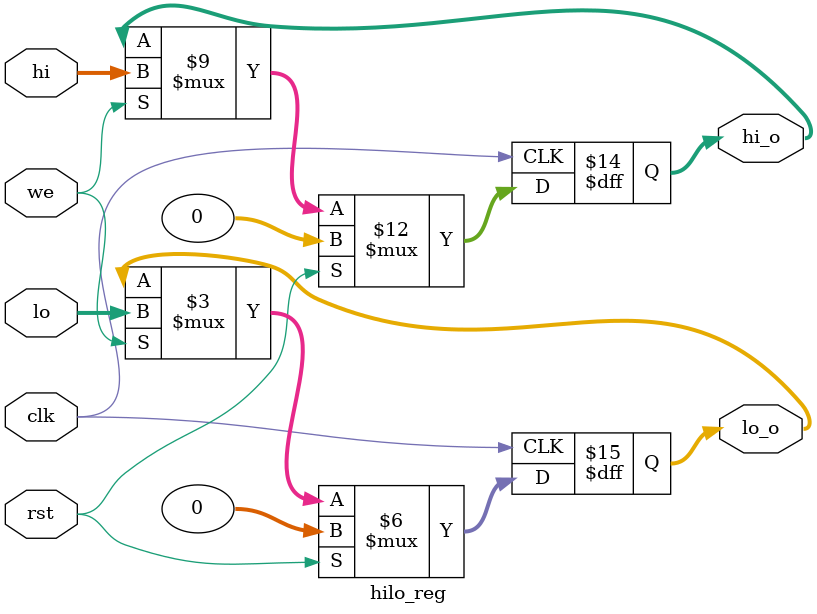
<source format=v>
`timescale 1ns / 1ps

module hilo_reg(
	input wire clk,rst,we,
	input wire[31:0] hi,lo,
	output reg[31:0] hi_o,lo_o
    );
	// notice: the clk is negedge
	always @(negedge clk) begin
		if(rst) begin
			hi_o <= 0;
			lo_o <= 0;
		end else if (we) begin
			hi_o <= hi;
			lo_o <= lo;
		end
        else begin
            hi_o <= hi_o;
            lo_o <= lo_o;
        end
	end
endmodule
</source>
